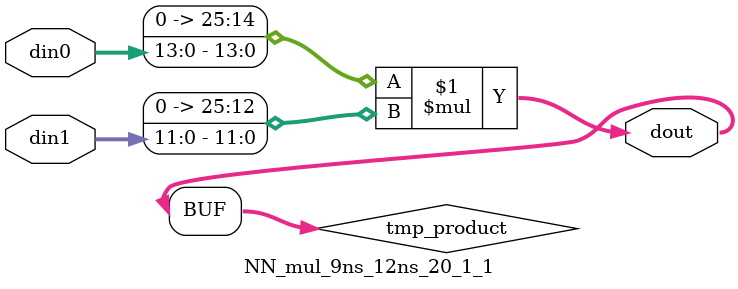
<source format=v>

`timescale 1 ns / 1 ps

 module NN_mul_9ns_12ns_20_1_1(din0, din1, dout);
parameter ID = 1;
parameter NUM_STAGE = 0;
parameter din0_WIDTH = 14;
parameter din1_WIDTH = 12;
parameter dout_WIDTH = 26;

input [din0_WIDTH - 1 : 0] din0; 
input [din1_WIDTH - 1 : 0] din1; 
output [dout_WIDTH - 1 : 0] dout;

wire signed [dout_WIDTH - 1 : 0] tmp_product;
























assign tmp_product = $signed({1'b0, din0}) * $signed({1'b0, din1});











assign dout = tmp_product;





















endmodule

</source>
